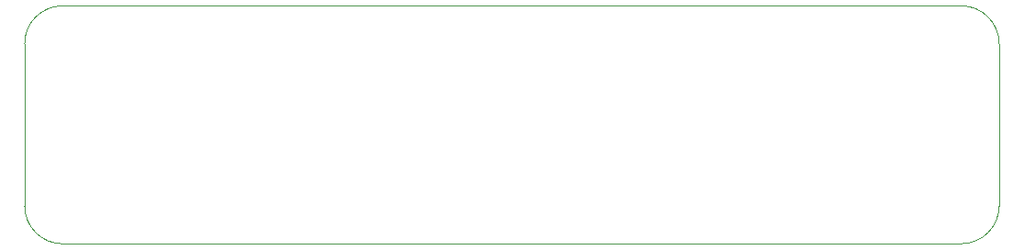
<source format=gbr>
G04 #@! TF.GenerationSoftware,KiCad,Pcbnew,(5.1.5)-3*
G04 #@! TF.CreationDate,2021-06-22T21:37:00+02:00*
G04 #@! TF.ProjectId,18650_UPS_PCB,31383635-305f-4555-9053-5f5043422e6b,rev?*
G04 #@! TF.SameCoordinates,Original*
G04 #@! TF.FileFunction,Profile,NP*
%FSLAX46Y46*%
G04 Gerber Fmt 4.6, Leading zero omitted, Abs format (unit mm)*
G04 Created by KiCad (PCBNEW (5.1.5)-3) date 2021-06-22 21:37:00*
%MOMM*%
%LPD*%
G04 APERTURE LIST*
%ADD10C,0.050000*%
G04 APERTURE END LIST*
D10*
X207310000Y-96185000D02*
X124310000Y-96185000D01*
X210810000Y-92685000D02*
G75*
G02X207310000Y-96185000I-3500000J0D01*
G01*
X124310000Y-96185000D02*
G75*
G02X120810000Y-92685000I0J3500000D01*
G01*
X210810000Y-92685000D02*
X210810000Y-77685000D01*
X120810000Y-92685000D02*
X120810000Y-77685000D01*
X207310000Y-74185000D02*
X124310000Y-74185000D01*
X207310000Y-74185000D02*
G75*
G02X210810000Y-77685000I0J-3500000D01*
G01*
X120810000Y-77685000D02*
G75*
G02X124310000Y-74185000I3500000J0D01*
G01*
M02*

</source>
